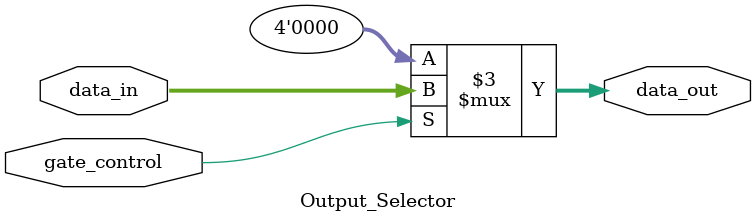
<source format=sv>
module Gated_AND_Top (
    input        enable,
    input  [3:0] vec_a, vec_b,
    output [3:0] res
);
    wire        gate_control;
    wire  [3:0] and_result;
    
    // Gate controller instance
    Gate_Controller u_controller (
        .enable       (enable),
        .gate_control (gate_control)
    );
    
    // Vector AND operation instance
    Vector_AND u_vector_and (
        .vec_a      (vec_a),
        .vec_b      (vec_b),
        .and_result (and_result)
    );
    
    // Output selector instance
    Output_Selector u_selector (
        .gate_control (gate_control),
        .data_in      (and_result),
        .data_out     (res)
    );
    
endmodule

//===========================================================
// Module: Gate_Controller
// Description: Controls the gating signal
//===========================================================
module Gate_Controller (
    input  enable,
    output gate_control
);
    // Direct passthrough for this simple case
    assign gate_control = enable;
    
endmodule

//===========================================================
// Module: Vector_AND
// Description: Performs bitwise AND operation on input vectors
//===========================================================
module Vector_AND (
    input  [3:0] vec_a, vec_b,
    output [3:0] and_result
);
    // Compute bitwise AND
    assign and_result = vec_a & vec_b;
    
endmodule

//===========================================================
// Module: Output_Selector
// Description: Selects output based on gate control
//===========================================================
module Output_Selector (
    input        gate_control,
    input  [3:0] data_in,
    output reg [3:0] data_out
);
    // Select output based on gate control using if-else structure
    always @(*) begin
        if (gate_control) begin
            data_out = data_in;
        end
        else begin
            data_out = 4'b0000;
        end
    end
    
endmodule
</source>
